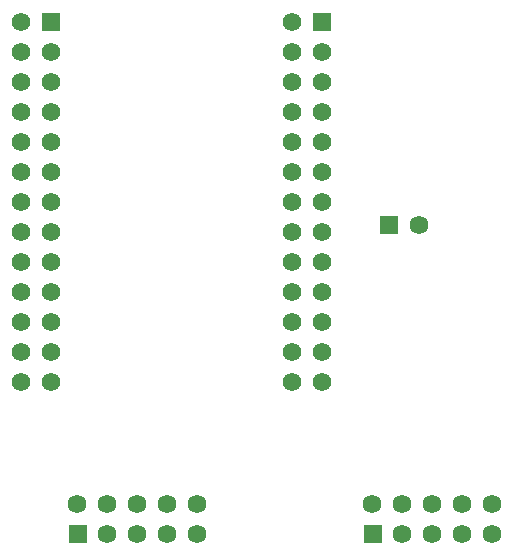
<source format=gbs>
G04*
G04 #@! TF.GenerationSoftware,Altium Limited,Altium Designer,20.2.6 (244)*
G04*
G04 Layer_Color=16711935*
%FSLAX44Y44*%
%MOMM*%
G71*
G04*
G04 #@! TF.SameCoordinates,206DDC9A-6AB5-4D35-AA82-BAB3787187E7*
G04*
G04*
G04 #@! TF.FilePolarity,Negative*
G04*
G01*
G75*
%ADD42C,1.5840*%
%ADD43R,1.5840X1.5840*%
%ADD44C,1.5600*%
%ADD45R,1.5600X1.5600*%
D42*
X394600Y227000D02*
D03*
X420000D02*
D03*
Y252400D02*
D03*
X394600D02*
D03*
X369200D02*
D03*
Y227000D02*
D03*
X343800Y252400D02*
D03*
Y227000D02*
D03*
X318400Y252400D02*
D03*
X644600Y227000D02*
D03*
X670000D02*
D03*
Y252400D02*
D03*
X644600D02*
D03*
X619200D02*
D03*
Y227000D02*
D03*
X593800Y252400D02*
D03*
Y227000D02*
D03*
X568400Y252400D02*
D03*
X607400Y488500D02*
D03*
D43*
X318908Y226746D02*
D03*
X568908D02*
D03*
X582000Y488500D02*
D03*
D44*
X525520Y355480D02*
D03*
X500120D02*
D03*
X525520Y380880D02*
D03*
X500120D02*
D03*
X525520Y406280D02*
D03*
X500120D02*
D03*
X525520Y431680D02*
D03*
X500120D02*
D03*
X525520Y457080D02*
D03*
X500120D02*
D03*
X525520Y482480D02*
D03*
X500120D02*
D03*
X525520Y507880D02*
D03*
X500120D02*
D03*
X525520Y533280D02*
D03*
X500120D02*
D03*
X525520Y558680D02*
D03*
X500120D02*
D03*
X525520Y584080D02*
D03*
X500120D02*
D03*
X525520Y609480D02*
D03*
X500120D02*
D03*
X525520Y634880D02*
D03*
X500120D02*
D03*
Y660280D02*
D03*
X271220D02*
D03*
Y634880D02*
D03*
X296620D02*
D03*
X271220Y609480D02*
D03*
X296620D02*
D03*
X271220Y584080D02*
D03*
X296620D02*
D03*
X271220Y558680D02*
D03*
X296620D02*
D03*
X271220Y533280D02*
D03*
X296620D02*
D03*
X271220Y507880D02*
D03*
X296620D02*
D03*
X271220Y482480D02*
D03*
X296620D02*
D03*
X271220Y457080D02*
D03*
X296620D02*
D03*
X271220Y431680D02*
D03*
X296620D02*
D03*
X271220Y406280D02*
D03*
X296620D02*
D03*
X271220Y380880D02*
D03*
X296620D02*
D03*
X271220Y355480D02*
D03*
X296620D02*
D03*
D45*
X525520Y660280D02*
D03*
X296620D02*
D03*
M02*

</source>
